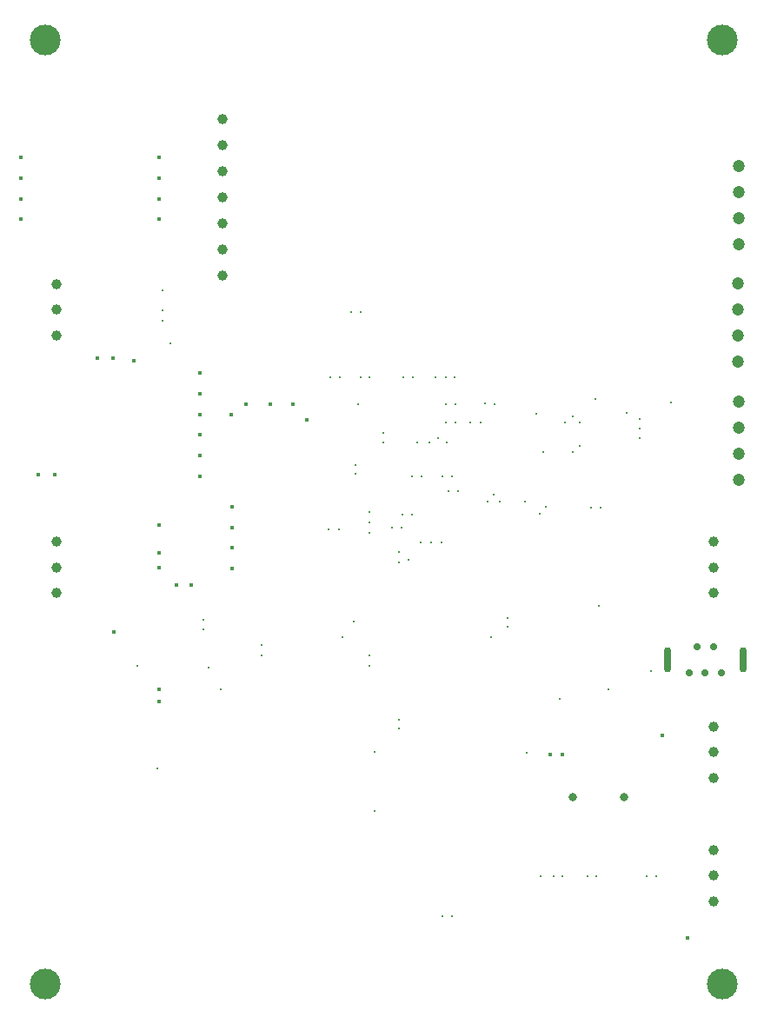
<source format=gbr>
%TF.GenerationSoftware,Altium Limited,Altium Designer,22.7.1 (60)*%
G04 Layer_Color=0*
%FSLAX45Y45*%
%MOMM*%
%TF.SameCoordinates,C4916FE7-F214-4651-8B13-81D0A890374D*%
%TF.FilePolarity,Positive*%
%TF.FileFunction,Plated,1,2,PTH,Drill*%
%TF.Part,Single*%
G01*
G75*
%TA.AperFunction,ComponentDrill*%
%ADD131C,1.20000*%
%ADD132C,1.00000*%
%ADD133O,0.70000X2.45000*%
%ADD134C,0.70000*%
%ADD135C,0.80000*%
%TA.AperFunction,OtherDrill,Free Pad (3.9mm,4mm)*%
%ADD136C,3.00000*%
%TA.AperFunction,OtherDrill,Free Pad (69.9mm,96mm)*%
%ADD137C,3.00000*%
%TA.AperFunction,OtherDrill,Free Pad (69.9mm,4mm)*%
%ADD138C,3.00000*%
%TA.AperFunction,OtherDrill,Free Pad (3.9mm,96mm)*%
%ADD139C,3.00000*%
%TA.AperFunction,ViaDrill,NotFilled*%
%ADD140C,0.30000*%
%ADD141C,0.45000*%
D131*
X7140000Y7222001D02*
D03*
Y6968001D02*
D03*
Y6714001D02*
D03*
Y6460001D02*
D03*
X7145000Y5310002D02*
D03*
Y5564002D02*
D03*
Y5818002D02*
D03*
Y6072002D02*
D03*
X7150000Y8368001D02*
D03*
Y8114001D02*
D03*
Y7860001D02*
D03*
Y7606001D02*
D03*
D132*
X502501Y6719999D02*
D03*
Y6969999D02*
D03*
Y7219999D02*
D03*
Y4710000D02*
D03*
Y4460000D02*
D03*
Y4210000D02*
D03*
X6897500D02*
D03*
Y4460000D02*
D03*
Y4710000D02*
D03*
X6900000Y2410000D02*
D03*
Y2660000D02*
D03*
Y2910000D02*
D03*
Y1210000D02*
D03*
Y1460000D02*
D03*
Y1710000D02*
D03*
X2120000Y7302000D02*
D03*
Y7556000D02*
D03*
Y7810000D02*
D03*
Y8064000D02*
D03*
Y8318000D02*
D03*
Y8572000D02*
D03*
Y8826000D02*
D03*
D133*
X7185000Y3560000D02*
D03*
X6455000D02*
D03*
D134*
X6820000Y3430000D02*
D03*
X6980000D02*
D03*
X6660000D02*
D03*
X6900000Y3690000D02*
D03*
X6740000D02*
D03*
D135*
X5526001Y2220000D02*
D03*
X6026001D02*
D03*
D136*
X390000Y400000D02*
D03*
D137*
X6990000Y9600000D02*
D03*
D138*
Y400000D02*
D03*
D139*
X390000Y9600000D02*
D03*
D140*
X5220000Y1450000D02*
D03*
X5800000Y5040000D02*
D03*
X3970000Y6310000D02*
D03*
X3880000D02*
D03*
X4630000Y5870000D02*
D03*
X4533231D02*
D03*
X4303523Y5680000D02*
D03*
X4220000Y5720000D02*
D03*
X4135730Y5680000D02*
D03*
X4195000Y6315000D02*
D03*
X4380000Y6310000D02*
D03*
X4387300Y5870000D02*
D03*
X4297300D02*
D03*
X4387300Y6050000D02*
D03*
X4297300D02*
D03*
X3770000Y4850000D02*
D03*
X3260000Y6310000D02*
D03*
X3170000D02*
D03*
X4675503Y6054497D02*
D03*
X4770000Y6050000D02*
D03*
X3960000Y5350000D02*
D03*
X4760000Y5170000D02*
D03*
X6180000Y5720000D02*
D03*
Y5908995D02*
D03*
Y5810000D02*
D03*
X5527179Y5583992D02*
D03*
X5600000Y5640000D02*
D03*
X5240000Y5583992D02*
D03*
X4700000Y5100000D02*
D03*
X4010000Y5680000D02*
D03*
X4055000Y5350000D02*
D03*
X4260000D02*
D03*
X6054830Y5963435D02*
D03*
X3436080Y6050000D02*
D03*
X3680000Y5680000D02*
D03*
Y5770000D02*
D03*
X4290000Y6310000D02*
D03*
X3370000Y6950000D02*
D03*
X3870000Y4970000D02*
D03*
X3460000Y6950000D02*
D03*
X3550000Y6310000D02*
D03*
X3960000Y4970000D02*
D03*
X3860000Y4850000D02*
D03*
X3550000Y5000000D02*
D03*
Y4900000D02*
D03*
Y4800000D02*
D03*
X3460000Y6310000D02*
D03*
X6290000Y3450000D02*
D03*
X1530000Y6860000D02*
D03*
Y6960000D02*
D03*
X5210000Y4980000D02*
D03*
X5266222Y5050278D02*
D03*
X6490000Y6070002D02*
D03*
X5783773Y4086629D02*
D03*
X5080000Y2655000D02*
D03*
X1530000Y7160000D02*
D03*
X1610000Y6640000D02*
D03*
X5880000Y3270000D02*
D03*
X5400000Y3180000D02*
D03*
X1290000Y3500000D02*
D03*
X1980000Y3480000D02*
D03*
X2100000Y3270000D02*
D03*
X5530000Y5930000D02*
D03*
X5750000Y6100000D02*
D03*
X5170000Y5960000D02*
D03*
X3600000Y2090000D02*
D03*
Y2660000D02*
D03*
X5063892Y5102329D02*
D03*
X4730000Y3780000D02*
D03*
X4892700Y3880000D02*
D03*
Y3970000D02*
D03*
X3400000Y3930000D02*
D03*
X3290000Y3780000D02*
D03*
X5760000Y1450000D02*
D03*
X5430000D02*
D03*
X1930000Y3860000D02*
D03*
X5450000Y5870000D02*
D03*
X3930000Y4530000D02*
D03*
X4150000Y4700000D02*
D03*
X4320000Y5200000D02*
D03*
X3840000Y2980000D02*
D03*
X4410000Y5200000D02*
D03*
X4350000Y5350000D02*
D03*
X4820000Y5100000D02*
D03*
X3410000Y5460000D02*
D03*
X5710000Y5040000D02*
D03*
X6250000Y1450000D02*
D03*
X6340000D02*
D03*
X4260000Y1060000D02*
D03*
X4350000D02*
D03*
X1930000Y3950000D02*
D03*
X3550000Y3500000D02*
D03*
X2500000Y3700000D02*
D03*
X3550000Y3600000D02*
D03*
X2500000D02*
D03*
X5340000Y1450000D02*
D03*
X3250000Y4830000D02*
D03*
X3410000Y5370000D02*
D03*
X3150000Y4830000D02*
D03*
X1480000Y2500000D02*
D03*
X5600000Y5870000D02*
D03*
X4250000Y4700000D02*
D03*
X4050000D02*
D03*
X3838653Y4608653D02*
D03*
X3836476Y4506476D02*
D03*
X3840000Y2890000D02*
D03*
X5670000Y1450000D02*
D03*
D141*
X1670000Y4290000D02*
D03*
X1900000Y6350000D02*
D03*
Y6150000D02*
D03*
Y5950000D02*
D03*
Y5750000D02*
D03*
Y5550000D02*
D03*
X6400000Y2820000D02*
D03*
X6650000Y850000D02*
D03*
X1500000Y4870000D02*
D03*
X1900000Y5350000D02*
D03*
X1060000Y3830000D02*
D03*
X1500000Y8450000D02*
D03*
Y8250000D02*
D03*
Y8050000D02*
D03*
Y7850000D02*
D03*
X150000D02*
D03*
Y8050000D02*
D03*
Y8250000D02*
D03*
Y8450000D02*
D03*
X2580000Y6050000D02*
D03*
X2940000Y5900000D02*
D03*
X2800000Y6050000D02*
D03*
X2350000D02*
D03*
X2210000Y5050000D02*
D03*
Y4850000D02*
D03*
Y4650000D02*
D03*
Y4450000D02*
D03*
X2200000Y5950000D02*
D03*
X480000Y5360000D02*
D03*
X320000D02*
D03*
X1250000Y6470000D02*
D03*
X1810000Y4290000D02*
D03*
X1500000Y3270000D02*
D03*
Y3150000D02*
D03*
X5310000Y2640000D02*
D03*
X5430000D02*
D03*
X1050000Y6500000D02*
D03*
X900000D02*
D03*
X1500000Y4600000D02*
D03*
Y4460000D02*
D03*
%TF.MD5,21c121cafae8c6f2f1ff14b17edb1503*%
M02*

</source>
